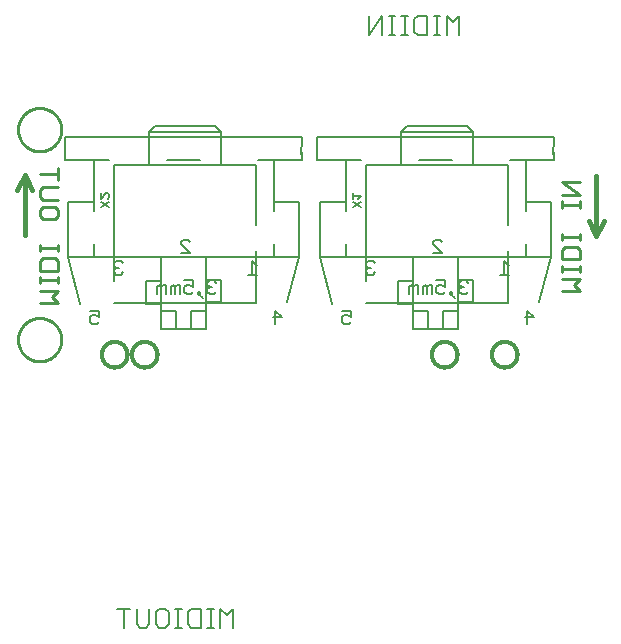
<source format=gbr>
G04 EAGLE Gerber RS-274X export*
G75*
%MOMM*%
%FSLAX34Y34*%
%LPD*%
%INSilkscreen Bottom*%
%IPPOS*%
%AMOC8*
5,1,8,0,0,1.08239X$1,22.5*%
G01*
%ADD10C,0.254000*%
%ADD11C,0.228600*%
%ADD12C,0.304800*%
%ADD13C,0.406400*%
%ADD14C,0.152400*%
%ADD15C,0.127000*%
%ADD16C,0.177800*%
%ADD17C,0.203200*%


D10*
X7084Y203200D02*
X7090Y203649D01*
X7106Y204099D01*
X7134Y204547D01*
X7172Y204995D01*
X7222Y205442D01*
X7282Y205888D01*
X7354Y206331D01*
X7436Y206773D01*
X7529Y207213D01*
X7633Y207650D01*
X7747Y208085D01*
X7873Y208517D01*
X8008Y208945D01*
X8155Y209370D01*
X8311Y209792D01*
X8478Y210209D01*
X8655Y210622D01*
X8843Y211031D01*
X9040Y211435D01*
X9247Y211834D01*
X9463Y212228D01*
X9690Y212616D01*
X9926Y212999D01*
X10171Y213376D01*
X10425Y213747D01*
X10688Y214111D01*
X10961Y214469D01*
X11242Y214820D01*
X11531Y215164D01*
X11829Y215500D01*
X12135Y215830D01*
X12449Y216151D01*
X12770Y216465D01*
X13100Y216771D01*
X13436Y217069D01*
X13780Y217358D01*
X14131Y217639D01*
X14489Y217912D01*
X14853Y218175D01*
X15224Y218429D01*
X15601Y218674D01*
X15984Y218910D01*
X16372Y219137D01*
X16766Y219353D01*
X17165Y219560D01*
X17569Y219757D01*
X17978Y219945D01*
X18391Y220122D01*
X18808Y220289D01*
X19230Y220445D01*
X19655Y220592D01*
X20083Y220727D01*
X20515Y220853D01*
X20950Y220967D01*
X21387Y221071D01*
X21827Y221164D01*
X22269Y221246D01*
X22712Y221318D01*
X23158Y221378D01*
X23605Y221428D01*
X24053Y221466D01*
X24501Y221494D01*
X24951Y221510D01*
X25400Y221516D01*
X25849Y221510D01*
X26299Y221494D01*
X26747Y221466D01*
X27195Y221428D01*
X27642Y221378D01*
X28088Y221318D01*
X28531Y221246D01*
X28973Y221164D01*
X29413Y221071D01*
X29850Y220967D01*
X30285Y220853D01*
X30717Y220727D01*
X31145Y220592D01*
X31570Y220445D01*
X31992Y220289D01*
X32409Y220122D01*
X32822Y219945D01*
X33231Y219757D01*
X33635Y219560D01*
X34034Y219353D01*
X34428Y219137D01*
X34816Y218910D01*
X35199Y218674D01*
X35576Y218429D01*
X35947Y218175D01*
X36311Y217912D01*
X36669Y217639D01*
X37020Y217358D01*
X37364Y217069D01*
X37700Y216771D01*
X38030Y216465D01*
X38351Y216151D01*
X38665Y215830D01*
X38971Y215500D01*
X39269Y215164D01*
X39558Y214820D01*
X39839Y214469D01*
X40112Y214111D01*
X40375Y213747D01*
X40629Y213376D01*
X40874Y212999D01*
X41110Y212616D01*
X41337Y212228D01*
X41553Y211834D01*
X41760Y211435D01*
X41957Y211031D01*
X42145Y210622D01*
X42322Y210209D01*
X42489Y209792D01*
X42645Y209370D01*
X42792Y208945D01*
X42927Y208517D01*
X43053Y208085D01*
X43167Y207650D01*
X43271Y207213D01*
X43364Y206773D01*
X43446Y206331D01*
X43518Y205888D01*
X43578Y205442D01*
X43628Y204995D01*
X43666Y204547D01*
X43694Y204099D01*
X43710Y203649D01*
X43716Y203200D01*
X43710Y202751D01*
X43694Y202301D01*
X43666Y201853D01*
X43628Y201405D01*
X43578Y200958D01*
X43518Y200512D01*
X43446Y200069D01*
X43364Y199627D01*
X43271Y199187D01*
X43167Y198750D01*
X43053Y198315D01*
X42927Y197883D01*
X42792Y197455D01*
X42645Y197030D01*
X42489Y196608D01*
X42322Y196191D01*
X42145Y195778D01*
X41957Y195369D01*
X41760Y194965D01*
X41553Y194566D01*
X41337Y194172D01*
X41110Y193784D01*
X40874Y193401D01*
X40629Y193024D01*
X40375Y192653D01*
X40112Y192289D01*
X39839Y191931D01*
X39558Y191580D01*
X39269Y191236D01*
X38971Y190900D01*
X38665Y190570D01*
X38351Y190249D01*
X38030Y189935D01*
X37700Y189629D01*
X37364Y189331D01*
X37020Y189042D01*
X36669Y188761D01*
X36311Y188488D01*
X35947Y188225D01*
X35576Y187971D01*
X35199Y187726D01*
X34816Y187490D01*
X34428Y187263D01*
X34034Y187047D01*
X33635Y186840D01*
X33231Y186643D01*
X32822Y186455D01*
X32409Y186278D01*
X31992Y186111D01*
X31570Y185955D01*
X31145Y185808D01*
X30717Y185673D01*
X30285Y185547D01*
X29850Y185433D01*
X29413Y185329D01*
X28973Y185236D01*
X28531Y185154D01*
X28088Y185082D01*
X27642Y185022D01*
X27195Y184972D01*
X26747Y184934D01*
X26299Y184906D01*
X25849Y184890D01*
X25400Y184884D01*
X24951Y184890D01*
X24501Y184906D01*
X24053Y184934D01*
X23605Y184972D01*
X23158Y185022D01*
X22712Y185082D01*
X22269Y185154D01*
X21827Y185236D01*
X21387Y185329D01*
X20950Y185433D01*
X20515Y185547D01*
X20083Y185673D01*
X19655Y185808D01*
X19230Y185955D01*
X18808Y186111D01*
X18391Y186278D01*
X17978Y186455D01*
X17569Y186643D01*
X17165Y186840D01*
X16766Y187047D01*
X16372Y187263D01*
X15984Y187490D01*
X15601Y187726D01*
X15224Y187971D01*
X14853Y188225D01*
X14489Y188488D01*
X14131Y188761D01*
X13780Y189042D01*
X13436Y189331D01*
X13100Y189629D01*
X12770Y189935D01*
X12449Y190249D01*
X12135Y190570D01*
X11829Y190900D01*
X11531Y191236D01*
X11242Y191580D01*
X10961Y191931D01*
X10688Y192289D01*
X10425Y192653D01*
X10171Y193024D01*
X9926Y193401D01*
X9690Y193784D01*
X9463Y194172D01*
X9247Y194566D01*
X9040Y194965D01*
X8843Y195369D01*
X8655Y195778D01*
X8478Y196191D01*
X8311Y196608D01*
X8155Y197030D01*
X8008Y197455D01*
X7873Y197883D01*
X7747Y198315D01*
X7633Y198750D01*
X7529Y199187D01*
X7436Y199627D01*
X7354Y200069D01*
X7282Y200512D01*
X7222Y200958D01*
X7172Y201405D01*
X7134Y201853D01*
X7106Y202301D01*
X7090Y202751D01*
X7084Y203200D01*
X7084Y25400D02*
X7090Y25849D01*
X7106Y26299D01*
X7134Y26747D01*
X7172Y27195D01*
X7222Y27642D01*
X7282Y28088D01*
X7354Y28531D01*
X7436Y28973D01*
X7529Y29413D01*
X7633Y29850D01*
X7747Y30285D01*
X7873Y30717D01*
X8008Y31145D01*
X8155Y31570D01*
X8311Y31992D01*
X8478Y32409D01*
X8655Y32822D01*
X8843Y33231D01*
X9040Y33635D01*
X9247Y34034D01*
X9463Y34428D01*
X9690Y34816D01*
X9926Y35199D01*
X10171Y35576D01*
X10425Y35947D01*
X10688Y36311D01*
X10961Y36669D01*
X11242Y37020D01*
X11531Y37364D01*
X11829Y37700D01*
X12135Y38030D01*
X12449Y38351D01*
X12770Y38665D01*
X13100Y38971D01*
X13436Y39269D01*
X13780Y39558D01*
X14131Y39839D01*
X14489Y40112D01*
X14853Y40375D01*
X15224Y40629D01*
X15601Y40874D01*
X15984Y41110D01*
X16372Y41337D01*
X16766Y41553D01*
X17165Y41760D01*
X17569Y41957D01*
X17978Y42145D01*
X18391Y42322D01*
X18808Y42489D01*
X19230Y42645D01*
X19655Y42792D01*
X20083Y42927D01*
X20515Y43053D01*
X20950Y43167D01*
X21387Y43271D01*
X21827Y43364D01*
X22269Y43446D01*
X22712Y43518D01*
X23158Y43578D01*
X23605Y43628D01*
X24053Y43666D01*
X24501Y43694D01*
X24951Y43710D01*
X25400Y43716D01*
X25849Y43710D01*
X26299Y43694D01*
X26747Y43666D01*
X27195Y43628D01*
X27642Y43578D01*
X28088Y43518D01*
X28531Y43446D01*
X28973Y43364D01*
X29413Y43271D01*
X29850Y43167D01*
X30285Y43053D01*
X30717Y42927D01*
X31145Y42792D01*
X31570Y42645D01*
X31992Y42489D01*
X32409Y42322D01*
X32822Y42145D01*
X33231Y41957D01*
X33635Y41760D01*
X34034Y41553D01*
X34428Y41337D01*
X34816Y41110D01*
X35199Y40874D01*
X35576Y40629D01*
X35947Y40375D01*
X36311Y40112D01*
X36669Y39839D01*
X37020Y39558D01*
X37364Y39269D01*
X37700Y38971D01*
X38030Y38665D01*
X38351Y38351D01*
X38665Y38030D01*
X38971Y37700D01*
X39269Y37364D01*
X39558Y37020D01*
X39839Y36669D01*
X40112Y36311D01*
X40375Y35947D01*
X40629Y35576D01*
X40874Y35199D01*
X41110Y34816D01*
X41337Y34428D01*
X41553Y34034D01*
X41760Y33635D01*
X41957Y33231D01*
X42145Y32822D01*
X42322Y32409D01*
X42489Y31992D01*
X42645Y31570D01*
X42792Y31145D01*
X42927Y30717D01*
X43053Y30285D01*
X43167Y29850D01*
X43271Y29413D01*
X43364Y28973D01*
X43446Y28531D01*
X43518Y28088D01*
X43578Y27642D01*
X43628Y27195D01*
X43666Y26747D01*
X43694Y26299D01*
X43710Y25849D01*
X43716Y25400D01*
X43710Y24951D01*
X43694Y24501D01*
X43666Y24053D01*
X43628Y23605D01*
X43578Y23158D01*
X43518Y22712D01*
X43446Y22269D01*
X43364Y21827D01*
X43271Y21387D01*
X43167Y20950D01*
X43053Y20515D01*
X42927Y20083D01*
X42792Y19655D01*
X42645Y19230D01*
X42489Y18808D01*
X42322Y18391D01*
X42145Y17978D01*
X41957Y17569D01*
X41760Y17165D01*
X41553Y16766D01*
X41337Y16372D01*
X41110Y15984D01*
X40874Y15601D01*
X40629Y15224D01*
X40375Y14853D01*
X40112Y14489D01*
X39839Y14131D01*
X39558Y13780D01*
X39269Y13436D01*
X38971Y13100D01*
X38665Y12770D01*
X38351Y12449D01*
X38030Y12135D01*
X37700Y11829D01*
X37364Y11531D01*
X37020Y11242D01*
X36669Y10961D01*
X36311Y10688D01*
X35947Y10425D01*
X35576Y10171D01*
X35199Y9926D01*
X34816Y9690D01*
X34428Y9463D01*
X34034Y9247D01*
X33635Y9040D01*
X33231Y8843D01*
X32822Y8655D01*
X32409Y8478D01*
X31992Y8311D01*
X31570Y8155D01*
X31145Y8008D01*
X30717Y7873D01*
X30285Y7747D01*
X29850Y7633D01*
X29413Y7529D01*
X28973Y7436D01*
X28531Y7354D01*
X28088Y7282D01*
X27642Y7222D01*
X27195Y7172D01*
X26747Y7134D01*
X26299Y7106D01*
X25849Y7090D01*
X25400Y7084D01*
X24951Y7090D01*
X24501Y7106D01*
X24053Y7134D01*
X23605Y7172D01*
X23158Y7222D01*
X22712Y7282D01*
X22269Y7354D01*
X21827Y7436D01*
X21387Y7529D01*
X20950Y7633D01*
X20515Y7747D01*
X20083Y7873D01*
X19655Y8008D01*
X19230Y8155D01*
X18808Y8311D01*
X18391Y8478D01*
X17978Y8655D01*
X17569Y8843D01*
X17165Y9040D01*
X16766Y9247D01*
X16372Y9463D01*
X15984Y9690D01*
X15601Y9926D01*
X15224Y10171D01*
X14853Y10425D01*
X14489Y10688D01*
X14131Y10961D01*
X13780Y11242D01*
X13436Y11531D01*
X13100Y11829D01*
X12770Y12135D01*
X12449Y12449D01*
X12135Y12770D01*
X11829Y13100D01*
X11531Y13436D01*
X11242Y13780D01*
X10961Y14131D01*
X10688Y14489D01*
X10425Y14853D01*
X10171Y15224D01*
X9926Y15601D01*
X9690Y15984D01*
X9463Y16372D01*
X9247Y16766D01*
X9040Y17165D01*
X8843Y17569D01*
X8655Y17978D01*
X8478Y18391D01*
X8311Y18808D01*
X8155Y19230D01*
X8008Y19655D01*
X7873Y20083D01*
X7747Y20515D01*
X7633Y20950D01*
X7529Y21387D01*
X7436Y21827D01*
X7354Y22269D01*
X7282Y22712D01*
X7222Y23158D01*
X7172Y23605D01*
X7134Y24053D01*
X7106Y24501D01*
X7090Y24951D01*
X7084Y25400D01*
D11*
X467233Y66328D02*
X482740Y66328D01*
X477571Y71497D01*
X482740Y76666D01*
X467233Y76666D01*
X467233Y82700D02*
X467233Y87869D01*
X467233Y85284D02*
X482740Y85284D01*
X482740Y82700D02*
X482740Y87869D01*
X482740Y93614D02*
X467233Y93614D01*
X467233Y101368D01*
X469818Y103952D01*
X480156Y103952D01*
X482740Y101368D01*
X482740Y93614D01*
X467233Y109986D02*
X467233Y115155D01*
X467233Y112570D02*
X482740Y112570D01*
X482740Y109986D02*
X482740Y115155D01*
X467233Y137272D02*
X467233Y142441D01*
X467233Y139856D02*
X482740Y139856D01*
X482740Y137272D02*
X482740Y142441D01*
X482740Y148186D02*
X467233Y148186D01*
X467233Y158524D02*
X482740Y148186D01*
X482740Y158524D02*
X467233Y158524D01*
X40780Y56684D02*
X25273Y56684D01*
X35611Y61853D02*
X40780Y56684D01*
X35611Y61853D02*
X40780Y67022D01*
X25273Y67022D01*
X25273Y73055D02*
X25273Y78224D01*
X25273Y75640D02*
X40780Y75640D01*
X40780Y78224D02*
X40780Y73055D01*
X40780Y83970D02*
X25273Y83970D01*
X25273Y91723D01*
X27858Y94308D01*
X38196Y94308D01*
X40780Y91723D01*
X40780Y83970D01*
X25273Y100341D02*
X25273Y105510D01*
X25273Y102926D02*
X40780Y102926D01*
X40780Y105510D02*
X40780Y100341D01*
X40780Y130212D02*
X40780Y135381D01*
X40780Y130212D02*
X38196Y127627D01*
X27858Y127627D01*
X25273Y130212D01*
X25273Y135381D01*
X27858Y137965D01*
X38196Y137965D01*
X40780Y135381D01*
X40780Y143999D02*
X27858Y143999D01*
X25273Y146583D01*
X25273Y151752D01*
X27858Y154337D01*
X40780Y154337D01*
X40780Y165539D02*
X25273Y165539D01*
X40780Y160370D02*
X40780Y170709D01*
D12*
X78049Y12700D02*
X78052Y12966D01*
X78062Y13232D01*
X78078Y13498D01*
X78101Y13764D01*
X78131Y14028D01*
X78166Y14292D01*
X78209Y14555D01*
X78257Y14817D01*
X78313Y15077D01*
X78374Y15337D01*
X78442Y15594D01*
X78516Y15850D01*
X78597Y16104D01*
X78683Y16356D01*
X78776Y16605D01*
X78875Y16852D01*
X78980Y17097D01*
X79091Y17339D01*
X79208Y17579D01*
X79330Y17815D01*
X79459Y18048D01*
X79593Y18279D01*
X79732Y18505D01*
X79878Y18728D01*
X80028Y18948D01*
X80184Y19164D01*
X80346Y19376D01*
X80512Y19584D01*
X80684Y19788D01*
X80860Y19987D01*
X81041Y20182D01*
X81227Y20373D01*
X81418Y20559D01*
X81613Y20740D01*
X81812Y20916D01*
X82016Y21088D01*
X82224Y21254D01*
X82436Y21416D01*
X82652Y21572D01*
X82872Y21722D01*
X83095Y21868D01*
X83321Y22007D01*
X83552Y22141D01*
X83785Y22270D01*
X84021Y22392D01*
X84261Y22509D01*
X84503Y22620D01*
X84748Y22725D01*
X84995Y22824D01*
X85244Y22917D01*
X85496Y23003D01*
X85750Y23084D01*
X86006Y23158D01*
X86263Y23226D01*
X86523Y23287D01*
X86783Y23343D01*
X87045Y23391D01*
X87308Y23434D01*
X87572Y23469D01*
X87836Y23499D01*
X88102Y23522D01*
X88368Y23538D01*
X88634Y23548D01*
X88900Y23551D01*
X89166Y23548D01*
X89432Y23538D01*
X89698Y23522D01*
X89964Y23499D01*
X90228Y23469D01*
X90492Y23434D01*
X90755Y23391D01*
X91017Y23343D01*
X91277Y23287D01*
X91537Y23226D01*
X91794Y23158D01*
X92050Y23084D01*
X92304Y23003D01*
X92556Y22917D01*
X92805Y22824D01*
X93052Y22725D01*
X93297Y22620D01*
X93539Y22509D01*
X93779Y22392D01*
X94015Y22270D01*
X94248Y22141D01*
X94479Y22007D01*
X94705Y21868D01*
X94928Y21722D01*
X95148Y21572D01*
X95364Y21416D01*
X95576Y21254D01*
X95784Y21088D01*
X95988Y20916D01*
X96187Y20740D01*
X96382Y20559D01*
X96573Y20373D01*
X96759Y20182D01*
X96940Y19987D01*
X97116Y19788D01*
X97288Y19584D01*
X97454Y19376D01*
X97616Y19164D01*
X97772Y18948D01*
X97922Y18728D01*
X98068Y18505D01*
X98207Y18279D01*
X98341Y18048D01*
X98470Y17815D01*
X98592Y17579D01*
X98709Y17339D01*
X98820Y17097D01*
X98925Y16852D01*
X99024Y16605D01*
X99117Y16356D01*
X99203Y16104D01*
X99284Y15850D01*
X99358Y15594D01*
X99426Y15337D01*
X99487Y15077D01*
X99543Y14817D01*
X99591Y14555D01*
X99634Y14292D01*
X99669Y14028D01*
X99699Y13764D01*
X99722Y13498D01*
X99738Y13232D01*
X99748Y12966D01*
X99751Y12700D01*
X99748Y12434D01*
X99738Y12168D01*
X99722Y11902D01*
X99699Y11636D01*
X99669Y11372D01*
X99634Y11108D01*
X99591Y10845D01*
X99543Y10583D01*
X99487Y10323D01*
X99426Y10063D01*
X99358Y9806D01*
X99284Y9550D01*
X99203Y9296D01*
X99117Y9044D01*
X99024Y8795D01*
X98925Y8548D01*
X98820Y8303D01*
X98709Y8061D01*
X98592Y7821D01*
X98470Y7585D01*
X98341Y7352D01*
X98207Y7121D01*
X98068Y6895D01*
X97922Y6672D01*
X97772Y6452D01*
X97616Y6236D01*
X97454Y6024D01*
X97288Y5816D01*
X97116Y5612D01*
X96940Y5413D01*
X96759Y5218D01*
X96573Y5027D01*
X96382Y4841D01*
X96187Y4660D01*
X95988Y4484D01*
X95784Y4312D01*
X95576Y4146D01*
X95364Y3984D01*
X95148Y3828D01*
X94928Y3678D01*
X94705Y3532D01*
X94479Y3393D01*
X94248Y3259D01*
X94015Y3130D01*
X93779Y3008D01*
X93539Y2891D01*
X93297Y2780D01*
X93052Y2675D01*
X92805Y2576D01*
X92556Y2483D01*
X92304Y2397D01*
X92050Y2316D01*
X91794Y2242D01*
X91537Y2174D01*
X91277Y2113D01*
X91017Y2057D01*
X90755Y2009D01*
X90492Y1966D01*
X90228Y1931D01*
X89964Y1901D01*
X89698Y1878D01*
X89432Y1862D01*
X89166Y1852D01*
X88900Y1849D01*
X88634Y1852D01*
X88368Y1862D01*
X88102Y1878D01*
X87836Y1901D01*
X87572Y1931D01*
X87308Y1966D01*
X87045Y2009D01*
X86783Y2057D01*
X86523Y2113D01*
X86263Y2174D01*
X86006Y2242D01*
X85750Y2316D01*
X85496Y2397D01*
X85244Y2483D01*
X84995Y2576D01*
X84748Y2675D01*
X84503Y2780D01*
X84261Y2891D01*
X84021Y3008D01*
X83785Y3130D01*
X83552Y3259D01*
X83321Y3393D01*
X83095Y3532D01*
X82872Y3678D01*
X82652Y3828D01*
X82436Y3984D01*
X82224Y4146D01*
X82016Y4312D01*
X81812Y4484D01*
X81613Y4660D01*
X81418Y4841D01*
X81227Y5027D01*
X81041Y5218D01*
X80860Y5413D01*
X80684Y5612D01*
X80512Y5816D01*
X80346Y6024D01*
X80184Y6236D01*
X80028Y6452D01*
X79878Y6672D01*
X79732Y6895D01*
X79593Y7121D01*
X79459Y7352D01*
X79330Y7585D01*
X79208Y7821D01*
X79091Y8061D01*
X78980Y8303D01*
X78875Y8548D01*
X78776Y8795D01*
X78683Y9044D01*
X78597Y9296D01*
X78516Y9550D01*
X78442Y9806D01*
X78374Y10063D01*
X78313Y10323D01*
X78257Y10583D01*
X78209Y10845D01*
X78166Y11108D01*
X78131Y11372D01*
X78101Y11636D01*
X78078Y11902D01*
X78062Y12168D01*
X78052Y12434D01*
X78049Y12700D01*
X103449Y12700D02*
X103452Y12966D01*
X103462Y13232D01*
X103478Y13498D01*
X103501Y13764D01*
X103531Y14028D01*
X103566Y14292D01*
X103609Y14555D01*
X103657Y14817D01*
X103713Y15077D01*
X103774Y15337D01*
X103842Y15594D01*
X103916Y15850D01*
X103997Y16104D01*
X104083Y16356D01*
X104176Y16605D01*
X104275Y16852D01*
X104380Y17097D01*
X104491Y17339D01*
X104608Y17579D01*
X104730Y17815D01*
X104859Y18048D01*
X104993Y18279D01*
X105132Y18505D01*
X105278Y18728D01*
X105428Y18948D01*
X105584Y19164D01*
X105746Y19376D01*
X105912Y19584D01*
X106084Y19788D01*
X106260Y19987D01*
X106441Y20182D01*
X106627Y20373D01*
X106818Y20559D01*
X107013Y20740D01*
X107212Y20916D01*
X107416Y21088D01*
X107624Y21254D01*
X107836Y21416D01*
X108052Y21572D01*
X108272Y21722D01*
X108495Y21868D01*
X108721Y22007D01*
X108952Y22141D01*
X109185Y22270D01*
X109421Y22392D01*
X109661Y22509D01*
X109903Y22620D01*
X110148Y22725D01*
X110395Y22824D01*
X110644Y22917D01*
X110896Y23003D01*
X111150Y23084D01*
X111406Y23158D01*
X111663Y23226D01*
X111923Y23287D01*
X112183Y23343D01*
X112445Y23391D01*
X112708Y23434D01*
X112972Y23469D01*
X113236Y23499D01*
X113502Y23522D01*
X113768Y23538D01*
X114034Y23548D01*
X114300Y23551D01*
X114566Y23548D01*
X114832Y23538D01*
X115098Y23522D01*
X115364Y23499D01*
X115628Y23469D01*
X115892Y23434D01*
X116155Y23391D01*
X116417Y23343D01*
X116677Y23287D01*
X116937Y23226D01*
X117194Y23158D01*
X117450Y23084D01*
X117704Y23003D01*
X117956Y22917D01*
X118205Y22824D01*
X118452Y22725D01*
X118697Y22620D01*
X118939Y22509D01*
X119179Y22392D01*
X119415Y22270D01*
X119648Y22141D01*
X119879Y22007D01*
X120105Y21868D01*
X120328Y21722D01*
X120548Y21572D01*
X120764Y21416D01*
X120976Y21254D01*
X121184Y21088D01*
X121388Y20916D01*
X121587Y20740D01*
X121782Y20559D01*
X121973Y20373D01*
X122159Y20182D01*
X122340Y19987D01*
X122516Y19788D01*
X122688Y19584D01*
X122854Y19376D01*
X123016Y19164D01*
X123172Y18948D01*
X123322Y18728D01*
X123468Y18505D01*
X123607Y18279D01*
X123741Y18048D01*
X123870Y17815D01*
X123992Y17579D01*
X124109Y17339D01*
X124220Y17097D01*
X124325Y16852D01*
X124424Y16605D01*
X124517Y16356D01*
X124603Y16104D01*
X124684Y15850D01*
X124758Y15594D01*
X124826Y15337D01*
X124887Y15077D01*
X124943Y14817D01*
X124991Y14555D01*
X125034Y14292D01*
X125069Y14028D01*
X125099Y13764D01*
X125122Y13498D01*
X125138Y13232D01*
X125148Y12966D01*
X125151Y12700D01*
X125148Y12434D01*
X125138Y12168D01*
X125122Y11902D01*
X125099Y11636D01*
X125069Y11372D01*
X125034Y11108D01*
X124991Y10845D01*
X124943Y10583D01*
X124887Y10323D01*
X124826Y10063D01*
X124758Y9806D01*
X124684Y9550D01*
X124603Y9296D01*
X124517Y9044D01*
X124424Y8795D01*
X124325Y8548D01*
X124220Y8303D01*
X124109Y8061D01*
X123992Y7821D01*
X123870Y7585D01*
X123741Y7352D01*
X123607Y7121D01*
X123468Y6895D01*
X123322Y6672D01*
X123172Y6452D01*
X123016Y6236D01*
X122854Y6024D01*
X122688Y5816D01*
X122516Y5612D01*
X122340Y5413D01*
X122159Y5218D01*
X121973Y5027D01*
X121782Y4841D01*
X121587Y4660D01*
X121388Y4484D01*
X121184Y4312D01*
X120976Y4146D01*
X120764Y3984D01*
X120548Y3828D01*
X120328Y3678D01*
X120105Y3532D01*
X119879Y3393D01*
X119648Y3259D01*
X119415Y3130D01*
X119179Y3008D01*
X118939Y2891D01*
X118697Y2780D01*
X118452Y2675D01*
X118205Y2576D01*
X117956Y2483D01*
X117704Y2397D01*
X117450Y2316D01*
X117194Y2242D01*
X116937Y2174D01*
X116677Y2113D01*
X116417Y2057D01*
X116155Y2009D01*
X115892Y1966D01*
X115628Y1931D01*
X115364Y1901D01*
X115098Y1878D01*
X114832Y1862D01*
X114566Y1852D01*
X114300Y1849D01*
X114034Y1852D01*
X113768Y1862D01*
X113502Y1878D01*
X113236Y1901D01*
X112972Y1931D01*
X112708Y1966D01*
X112445Y2009D01*
X112183Y2057D01*
X111923Y2113D01*
X111663Y2174D01*
X111406Y2242D01*
X111150Y2316D01*
X110896Y2397D01*
X110644Y2483D01*
X110395Y2576D01*
X110148Y2675D01*
X109903Y2780D01*
X109661Y2891D01*
X109421Y3008D01*
X109185Y3130D01*
X108952Y3259D01*
X108721Y3393D01*
X108495Y3532D01*
X108272Y3678D01*
X108052Y3828D01*
X107836Y3984D01*
X107624Y4146D01*
X107416Y4312D01*
X107212Y4484D01*
X107013Y4660D01*
X106818Y4841D01*
X106627Y5027D01*
X106441Y5218D01*
X106260Y5413D01*
X106084Y5612D01*
X105912Y5816D01*
X105746Y6024D01*
X105584Y6236D01*
X105428Y6452D01*
X105278Y6672D01*
X105132Y6895D01*
X104993Y7121D01*
X104859Y7352D01*
X104730Y7585D01*
X104608Y7821D01*
X104491Y8061D01*
X104380Y8303D01*
X104275Y8548D01*
X104176Y8795D01*
X104083Y9044D01*
X103997Y9296D01*
X103916Y9550D01*
X103842Y9806D01*
X103774Y10063D01*
X103713Y10323D01*
X103657Y10583D01*
X103609Y10845D01*
X103566Y11108D01*
X103531Y11372D01*
X103501Y11636D01*
X103478Y11902D01*
X103462Y12168D01*
X103452Y12434D01*
X103449Y12700D01*
X408249Y12700D02*
X408252Y12966D01*
X408262Y13232D01*
X408278Y13498D01*
X408301Y13764D01*
X408331Y14028D01*
X408366Y14292D01*
X408409Y14555D01*
X408457Y14817D01*
X408513Y15077D01*
X408574Y15337D01*
X408642Y15594D01*
X408716Y15850D01*
X408797Y16104D01*
X408883Y16356D01*
X408976Y16605D01*
X409075Y16852D01*
X409180Y17097D01*
X409291Y17339D01*
X409408Y17579D01*
X409530Y17815D01*
X409659Y18048D01*
X409793Y18279D01*
X409932Y18505D01*
X410078Y18728D01*
X410228Y18948D01*
X410384Y19164D01*
X410546Y19376D01*
X410712Y19584D01*
X410884Y19788D01*
X411060Y19987D01*
X411241Y20182D01*
X411427Y20373D01*
X411618Y20559D01*
X411813Y20740D01*
X412012Y20916D01*
X412216Y21088D01*
X412424Y21254D01*
X412636Y21416D01*
X412852Y21572D01*
X413072Y21722D01*
X413295Y21868D01*
X413521Y22007D01*
X413752Y22141D01*
X413985Y22270D01*
X414221Y22392D01*
X414461Y22509D01*
X414703Y22620D01*
X414948Y22725D01*
X415195Y22824D01*
X415444Y22917D01*
X415696Y23003D01*
X415950Y23084D01*
X416206Y23158D01*
X416463Y23226D01*
X416723Y23287D01*
X416983Y23343D01*
X417245Y23391D01*
X417508Y23434D01*
X417772Y23469D01*
X418036Y23499D01*
X418302Y23522D01*
X418568Y23538D01*
X418834Y23548D01*
X419100Y23551D01*
X419366Y23548D01*
X419632Y23538D01*
X419898Y23522D01*
X420164Y23499D01*
X420428Y23469D01*
X420692Y23434D01*
X420955Y23391D01*
X421217Y23343D01*
X421477Y23287D01*
X421737Y23226D01*
X421994Y23158D01*
X422250Y23084D01*
X422504Y23003D01*
X422756Y22917D01*
X423005Y22824D01*
X423252Y22725D01*
X423497Y22620D01*
X423739Y22509D01*
X423979Y22392D01*
X424215Y22270D01*
X424448Y22141D01*
X424679Y22007D01*
X424905Y21868D01*
X425128Y21722D01*
X425348Y21572D01*
X425564Y21416D01*
X425776Y21254D01*
X425984Y21088D01*
X426188Y20916D01*
X426387Y20740D01*
X426582Y20559D01*
X426773Y20373D01*
X426959Y20182D01*
X427140Y19987D01*
X427316Y19788D01*
X427488Y19584D01*
X427654Y19376D01*
X427816Y19164D01*
X427972Y18948D01*
X428122Y18728D01*
X428268Y18505D01*
X428407Y18279D01*
X428541Y18048D01*
X428670Y17815D01*
X428792Y17579D01*
X428909Y17339D01*
X429020Y17097D01*
X429125Y16852D01*
X429224Y16605D01*
X429317Y16356D01*
X429403Y16104D01*
X429484Y15850D01*
X429558Y15594D01*
X429626Y15337D01*
X429687Y15077D01*
X429743Y14817D01*
X429791Y14555D01*
X429834Y14292D01*
X429869Y14028D01*
X429899Y13764D01*
X429922Y13498D01*
X429938Y13232D01*
X429948Y12966D01*
X429951Y12700D01*
X429948Y12434D01*
X429938Y12168D01*
X429922Y11902D01*
X429899Y11636D01*
X429869Y11372D01*
X429834Y11108D01*
X429791Y10845D01*
X429743Y10583D01*
X429687Y10323D01*
X429626Y10063D01*
X429558Y9806D01*
X429484Y9550D01*
X429403Y9296D01*
X429317Y9044D01*
X429224Y8795D01*
X429125Y8548D01*
X429020Y8303D01*
X428909Y8061D01*
X428792Y7821D01*
X428670Y7585D01*
X428541Y7352D01*
X428407Y7121D01*
X428268Y6895D01*
X428122Y6672D01*
X427972Y6452D01*
X427816Y6236D01*
X427654Y6024D01*
X427488Y5816D01*
X427316Y5612D01*
X427140Y5413D01*
X426959Y5218D01*
X426773Y5027D01*
X426582Y4841D01*
X426387Y4660D01*
X426188Y4484D01*
X425984Y4312D01*
X425776Y4146D01*
X425564Y3984D01*
X425348Y3828D01*
X425128Y3678D01*
X424905Y3532D01*
X424679Y3393D01*
X424448Y3259D01*
X424215Y3130D01*
X423979Y3008D01*
X423739Y2891D01*
X423497Y2780D01*
X423252Y2675D01*
X423005Y2576D01*
X422756Y2483D01*
X422504Y2397D01*
X422250Y2316D01*
X421994Y2242D01*
X421737Y2174D01*
X421477Y2113D01*
X421217Y2057D01*
X420955Y2009D01*
X420692Y1966D01*
X420428Y1931D01*
X420164Y1901D01*
X419898Y1878D01*
X419632Y1862D01*
X419366Y1852D01*
X419100Y1849D01*
X418834Y1852D01*
X418568Y1862D01*
X418302Y1878D01*
X418036Y1901D01*
X417772Y1931D01*
X417508Y1966D01*
X417245Y2009D01*
X416983Y2057D01*
X416723Y2113D01*
X416463Y2174D01*
X416206Y2242D01*
X415950Y2316D01*
X415696Y2397D01*
X415444Y2483D01*
X415195Y2576D01*
X414948Y2675D01*
X414703Y2780D01*
X414461Y2891D01*
X414221Y3008D01*
X413985Y3130D01*
X413752Y3259D01*
X413521Y3393D01*
X413295Y3532D01*
X413072Y3678D01*
X412852Y3828D01*
X412636Y3984D01*
X412424Y4146D01*
X412216Y4312D01*
X412012Y4484D01*
X411813Y4660D01*
X411618Y4841D01*
X411427Y5027D01*
X411241Y5218D01*
X411060Y5413D01*
X410884Y5612D01*
X410712Y5816D01*
X410546Y6024D01*
X410384Y6236D01*
X410228Y6452D01*
X410078Y6672D01*
X409932Y6895D01*
X409793Y7121D01*
X409659Y7352D01*
X409530Y7585D01*
X409408Y7821D01*
X409291Y8061D01*
X409180Y8303D01*
X409075Y8548D01*
X408976Y8795D01*
X408883Y9044D01*
X408797Y9296D01*
X408716Y9550D01*
X408642Y9806D01*
X408574Y10063D01*
X408513Y10323D01*
X408457Y10583D01*
X408409Y10845D01*
X408366Y11108D01*
X408331Y11372D01*
X408301Y11636D01*
X408278Y11902D01*
X408262Y12168D01*
X408252Y12434D01*
X408249Y12700D01*
X357449Y12700D02*
X357452Y12966D01*
X357462Y13232D01*
X357478Y13498D01*
X357501Y13764D01*
X357531Y14028D01*
X357566Y14292D01*
X357609Y14555D01*
X357657Y14817D01*
X357713Y15077D01*
X357774Y15337D01*
X357842Y15594D01*
X357916Y15850D01*
X357997Y16104D01*
X358083Y16356D01*
X358176Y16605D01*
X358275Y16852D01*
X358380Y17097D01*
X358491Y17339D01*
X358608Y17579D01*
X358730Y17815D01*
X358859Y18048D01*
X358993Y18279D01*
X359132Y18505D01*
X359278Y18728D01*
X359428Y18948D01*
X359584Y19164D01*
X359746Y19376D01*
X359912Y19584D01*
X360084Y19788D01*
X360260Y19987D01*
X360441Y20182D01*
X360627Y20373D01*
X360818Y20559D01*
X361013Y20740D01*
X361212Y20916D01*
X361416Y21088D01*
X361624Y21254D01*
X361836Y21416D01*
X362052Y21572D01*
X362272Y21722D01*
X362495Y21868D01*
X362721Y22007D01*
X362952Y22141D01*
X363185Y22270D01*
X363421Y22392D01*
X363661Y22509D01*
X363903Y22620D01*
X364148Y22725D01*
X364395Y22824D01*
X364644Y22917D01*
X364896Y23003D01*
X365150Y23084D01*
X365406Y23158D01*
X365663Y23226D01*
X365923Y23287D01*
X366183Y23343D01*
X366445Y23391D01*
X366708Y23434D01*
X366972Y23469D01*
X367236Y23499D01*
X367502Y23522D01*
X367768Y23538D01*
X368034Y23548D01*
X368300Y23551D01*
X368566Y23548D01*
X368832Y23538D01*
X369098Y23522D01*
X369364Y23499D01*
X369628Y23469D01*
X369892Y23434D01*
X370155Y23391D01*
X370417Y23343D01*
X370677Y23287D01*
X370937Y23226D01*
X371194Y23158D01*
X371450Y23084D01*
X371704Y23003D01*
X371956Y22917D01*
X372205Y22824D01*
X372452Y22725D01*
X372697Y22620D01*
X372939Y22509D01*
X373179Y22392D01*
X373415Y22270D01*
X373648Y22141D01*
X373879Y22007D01*
X374105Y21868D01*
X374328Y21722D01*
X374548Y21572D01*
X374764Y21416D01*
X374976Y21254D01*
X375184Y21088D01*
X375388Y20916D01*
X375587Y20740D01*
X375782Y20559D01*
X375973Y20373D01*
X376159Y20182D01*
X376340Y19987D01*
X376516Y19788D01*
X376688Y19584D01*
X376854Y19376D01*
X377016Y19164D01*
X377172Y18948D01*
X377322Y18728D01*
X377468Y18505D01*
X377607Y18279D01*
X377741Y18048D01*
X377870Y17815D01*
X377992Y17579D01*
X378109Y17339D01*
X378220Y17097D01*
X378325Y16852D01*
X378424Y16605D01*
X378517Y16356D01*
X378603Y16104D01*
X378684Y15850D01*
X378758Y15594D01*
X378826Y15337D01*
X378887Y15077D01*
X378943Y14817D01*
X378991Y14555D01*
X379034Y14292D01*
X379069Y14028D01*
X379099Y13764D01*
X379122Y13498D01*
X379138Y13232D01*
X379148Y12966D01*
X379151Y12700D01*
X379148Y12434D01*
X379138Y12168D01*
X379122Y11902D01*
X379099Y11636D01*
X379069Y11372D01*
X379034Y11108D01*
X378991Y10845D01*
X378943Y10583D01*
X378887Y10323D01*
X378826Y10063D01*
X378758Y9806D01*
X378684Y9550D01*
X378603Y9296D01*
X378517Y9044D01*
X378424Y8795D01*
X378325Y8548D01*
X378220Y8303D01*
X378109Y8061D01*
X377992Y7821D01*
X377870Y7585D01*
X377741Y7352D01*
X377607Y7121D01*
X377468Y6895D01*
X377322Y6672D01*
X377172Y6452D01*
X377016Y6236D01*
X376854Y6024D01*
X376688Y5816D01*
X376516Y5612D01*
X376340Y5413D01*
X376159Y5218D01*
X375973Y5027D01*
X375782Y4841D01*
X375587Y4660D01*
X375388Y4484D01*
X375184Y4312D01*
X374976Y4146D01*
X374764Y3984D01*
X374548Y3828D01*
X374328Y3678D01*
X374105Y3532D01*
X373879Y3393D01*
X373648Y3259D01*
X373415Y3130D01*
X373179Y3008D01*
X372939Y2891D01*
X372697Y2780D01*
X372452Y2675D01*
X372205Y2576D01*
X371956Y2483D01*
X371704Y2397D01*
X371450Y2316D01*
X371194Y2242D01*
X370937Y2174D01*
X370677Y2113D01*
X370417Y2057D01*
X370155Y2009D01*
X369892Y1966D01*
X369628Y1931D01*
X369364Y1901D01*
X369098Y1878D01*
X368832Y1862D01*
X368566Y1852D01*
X368300Y1849D01*
X368034Y1852D01*
X367768Y1862D01*
X367502Y1878D01*
X367236Y1901D01*
X366972Y1931D01*
X366708Y1966D01*
X366445Y2009D01*
X366183Y2057D01*
X365923Y2113D01*
X365663Y2174D01*
X365406Y2242D01*
X365150Y2316D01*
X364896Y2397D01*
X364644Y2483D01*
X364395Y2576D01*
X364148Y2675D01*
X363903Y2780D01*
X363661Y2891D01*
X363421Y3008D01*
X363185Y3130D01*
X362952Y3259D01*
X362721Y3393D01*
X362495Y3532D01*
X362272Y3678D01*
X362052Y3828D01*
X361836Y3984D01*
X361624Y4146D01*
X361416Y4312D01*
X361212Y4484D01*
X361013Y4660D01*
X360818Y4841D01*
X360627Y5027D01*
X360441Y5218D01*
X360260Y5413D01*
X360084Y5612D01*
X359912Y5816D01*
X359746Y6024D01*
X359584Y6236D01*
X359428Y6452D01*
X359278Y6672D01*
X359132Y6895D01*
X358993Y7121D01*
X358859Y7352D01*
X358730Y7585D01*
X358608Y7821D01*
X358491Y8061D01*
X358380Y8303D01*
X358275Y8548D01*
X358176Y8795D01*
X358083Y9044D01*
X357997Y9296D01*
X357916Y9550D01*
X357842Y9806D01*
X357774Y10063D01*
X357713Y10323D01*
X357657Y10583D01*
X357609Y10845D01*
X357566Y11108D01*
X357531Y11372D01*
X357501Y11636D01*
X357478Y11902D01*
X357462Y12168D01*
X357452Y12434D01*
X357449Y12700D01*
D13*
X12700Y114300D02*
X12700Y165100D01*
X19050Y152400D01*
X6350Y152400D02*
X12700Y165100D01*
X496570Y163830D02*
X496570Y113030D01*
X490220Y125730D01*
X502920Y125730D02*
X496570Y113030D01*
D14*
X247110Y196650D02*
X46640Y196650D01*
X245110Y95050D02*
X234950Y56950D01*
X223520Y142040D02*
X223520Y177450D01*
X223520Y142040D02*
X245110Y142040D01*
X245110Y95050D01*
X247110Y189030D02*
X247110Y196650D01*
X247110Y189030D02*
X247000Y188030D01*
X247000Y182950D01*
X247110Y183950D01*
X247110Y177450D01*
X223520Y177450D01*
X166370Y76000D02*
X166370Y56950D01*
X166370Y34090D02*
X153670Y34090D01*
X166370Y34090D02*
X166370Y49330D01*
X128270Y49330D02*
X128270Y34090D01*
X128270Y55680D02*
X115570Y55680D01*
X128270Y55680D02*
X128270Y74730D01*
X223520Y95050D02*
X245110Y95050D01*
X223520Y95050D02*
X166370Y95050D01*
X128270Y95050D01*
X71120Y95050D01*
X49530Y95050D01*
X46640Y189030D02*
X46640Y196650D01*
X46640Y189030D02*
X47070Y189030D01*
X47070Y183950D01*
X46640Y183950D01*
X46640Y177450D01*
X71120Y177450D01*
X71120Y142040D01*
X49530Y142040D01*
X49530Y95050D01*
X59690Y55680D01*
X223520Y134420D02*
X223520Y142040D01*
X223520Y106480D02*
X223520Y95050D01*
X71120Y134420D02*
X71120Y142040D01*
X71120Y106480D02*
X71120Y95050D01*
X115570Y74730D02*
X115570Y55680D01*
X115570Y74730D02*
X128270Y74730D01*
X128270Y95050D01*
X166370Y76000D02*
X179070Y76000D01*
X166370Y76000D02*
X166370Y95050D01*
X179070Y76000D02*
X179070Y56950D01*
X166370Y56950D01*
X140970Y49330D02*
X128270Y49330D01*
X128270Y55680D01*
X140970Y49330D02*
X140970Y34090D01*
X128270Y34090D01*
X153670Y49330D02*
X166370Y49330D01*
X166370Y56950D01*
X153670Y49330D02*
X153670Y34090D01*
X140970Y34090D01*
X84490Y177450D02*
X70390Y177450D01*
X133350Y177450D02*
X161290Y177450D01*
X210150Y177450D02*
X223520Y177450D01*
D15*
X152869Y98445D02*
X145242Y98445D01*
X152869Y98445D02*
X145242Y106072D01*
X145242Y107978D01*
X147149Y109885D01*
X150962Y109885D01*
X152869Y107978D01*
X225049Y49975D02*
X225049Y38535D01*
X230769Y44255D02*
X225049Y49975D01*
X223142Y44255D02*
X230769Y44255D01*
X75829Y49975D02*
X68202Y49975D01*
X75829Y49975D02*
X75829Y44255D01*
X72016Y46162D01*
X70109Y46162D01*
X68202Y44255D01*
X68202Y40442D01*
X70109Y38535D01*
X73922Y38535D01*
X75829Y40442D01*
X96149Y89978D02*
X94242Y91885D01*
X90429Y91885D01*
X88522Y89978D01*
X88522Y88072D01*
X90429Y86165D01*
X92336Y86165D01*
X90429Y86165D02*
X88522Y84258D01*
X88522Y82352D01*
X90429Y80445D01*
X94242Y80445D01*
X96149Y82352D01*
X205366Y91885D02*
X209179Y88072D01*
X205366Y91885D02*
X205366Y80445D01*
X209179Y80445D02*
X201552Y80445D01*
D16*
X189158Y-202335D02*
X189158Y-218351D01*
X183819Y-207674D02*
X189158Y-202335D01*
X183819Y-207674D02*
X178481Y-202335D01*
X178481Y-218351D01*
X172786Y-218351D02*
X167448Y-218351D01*
X170117Y-218351D02*
X170117Y-202335D01*
X172786Y-202335D02*
X167448Y-202335D01*
X161872Y-202335D02*
X161872Y-218351D01*
X153864Y-218351D01*
X151195Y-215682D01*
X151195Y-205005D01*
X153864Y-202335D01*
X161872Y-202335D01*
X145500Y-218351D02*
X140162Y-218351D01*
X142831Y-218351D02*
X142831Y-202335D01*
X145500Y-202335D02*
X140162Y-202335D01*
X131917Y-202335D02*
X126578Y-202335D01*
X131917Y-202335D02*
X134586Y-205005D01*
X134586Y-215682D01*
X131917Y-218351D01*
X126578Y-218351D01*
X123909Y-215682D01*
X123909Y-205005D01*
X126578Y-202335D01*
X118214Y-202335D02*
X118214Y-215682D01*
X115545Y-218351D01*
X110206Y-218351D01*
X107537Y-215682D01*
X107537Y-202335D01*
X96504Y-202335D02*
X96504Y-218351D01*
X101843Y-202335D02*
X91166Y-202335D01*
D14*
X260000Y196650D02*
X460470Y196650D01*
X458470Y95050D02*
X448310Y56950D01*
X436880Y142040D02*
X436880Y177450D01*
X436880Y142040D02*
X458470Y142040D01*
X458470Y95050D01*
X460470Y189030D02*
X460470Y196650D01*
X460470Y189030D02*
X460360Y188030D01*
X460360Y182950D01*
X460470Y183950D01*
X460470Y177450D01*
X436880Y177450D01*
X379730Y76000D02*
X379730Y56950D01*
X379730Y34090D02*
X367030Y34090D01*
X379730Y34090D02*
X379730Y49330D01*
X341630Y49330D02*
X341630Y34090D01*
X341630Y55680D02*
X328930Y55680D01*
X341630Y55680D02*
X341630Y74730D01*
X436880Y95050D02*
X458470Y95050D01*
X436880Y95050D02*
X379730Y95050D01*
X341630Y95050D01*
X284480Y95050D01*
X262890Y95050D01*
X260000Y189030D02*
X260000Y196650D01*
X260000Y189030D02*
X260430Y189030D01*
X260430Y183950D01*
X260000Y183950D01*
X260000Y177450D01*
X284480Y177450D01*
X284480Y142040D01*
X262890Y142040D01*
X262890Y95050D01*
X273050Y55680D01*
X436880Y134420D02*
X436880Y142040D01*
X436880Y106480D02*
X436880Y95050D01*
X284480Y134420D02*
X284480Y142040D01*
X284480Y106480D02*
X284480Y95050D01*
X328930Y74730D02*
X328930Y55680D01*
X328930Y74730D02*
X341630Y74730D01*
X341630Y95050D01*
X379730Y76000D02*
X392430Y76000D01*
X379730Y76000D02*
X379730Y95050D01*
X392430Y76000D02*
X392430Y56950D01*
X379730Y56950D01*
X354330Y49330D02*
X341630Y49330D01*
X341630Y55680D01*
X354330Y49330D02*
X354330Y34090D01*
X341630Y34090D01*
X367030Y49330D02*
X379730Y49330D01*
X379730Y56950D01*
X367030Y49330D02*
X367030Y34090D01*
X354330Y34090D01*
X297850Y177450D02*
X283750Y177450D01*
X346710Y177450D02*
X374650Y177450D01*
X423510Y177450D02*
X436880Y177450D01*
D15*
X366229Y98445D02*
X358602Y98445D01*
X366229Y98445D02*
X358602Y106072D01*
X358602Y107978D01*
X360509Y109885D01*
X364322Y109885D01*
X366229Y107978D01*
X438409Y49975D02*
X438409Y38535D01*
X444129Y44255D02*
X438409Y49975D01*
X436502Y44255D02*
X444129Y44255D01*
X289189Y49975D02*
X281562Y49975D01*
X289189Y49975D02*
X289189Y44255D01*
X285376Y46162D01*
X283469Y46162D01*
X281562Y44255D01*
X281562Y40442D01*
X283469Y38535D01*
X287282Y38535D01*
X289189Y40442D01*
X309509Y89978D02*
X307602Y91885D01*
X303789Y91885D01*
X301882Y89978D01*
X301882Y88072D01*
X303789Y86165D01*
X305696Y86165D01*
X303789Y86165D02*
X301882Y84258D01*
X301882Y82352D01*
X303789Y80445D01*
X307602Y80445D01*
X309509Y82352D01*
X418726Y91885D02*
X422539Y88072D01*
X418726Y91885D02*
X418726Y80445D01*
X422539Y80445D02*
X414912Y80445D01*
D16*
X380689Y283299D02*
X380689Y299315D01*
X375350Y293976D01*
X370012Y299315D01*
X370012Y283299D01*
X364317Y283299D02*
X358979Y283299D01*
X361648Y283299D02*
X361648Y299315D01*
X364317Y299315D02*
X358979Y299315D01*
X353403Y299315D02*
X353403Y283299D01*
X345395Y283299D01*
X342726Y285968D01*
X342726Y296645D01*
X345395Y299315D01*
X353403Y299315D01*
X337031Y283299D02*
X331693Y283299D01*
X334362Y283299D02*
X334362Y299315D01*
X337031Y299315D02*
X331693Y299315D01*
X326117Y283299D02*
X320779Y283299D01*
X323448Y283299D02*
X323448Y299315D01*
X326117Y299315D02*
X320779Y299315D01*
X315203Y299315D02*
X315203Y283299D01*
X304526Y283299D02*
X315203Y299315D01*
X304526Y299315D02*
X304526Y283299D01*
D17*
X392160Y173570D02*
X422100Y173570D01*
X422100Y56330D02*
X301260Y56330D01*
X331200Y173570D02*
X331200Y201050D01*
X392160Y201050D02*
X392160Y173570D01*
X331200Y173570D01*
X301260Y173570D01*
X331200Y201050D02*
X336280Y206130D01*
X387080Y206130D02*
X392160Y201050D01*
X387080Y206130D02*
X336280Y206130D01*
X331200Y201050D02*
X392160Y201050D01*
X422100Y173570D02*
X422100Y122390D01*
X422100Y100800D02*
X422100Y56330D01*
X301260Y56330D02*
X301260Y56350D01*
X301260Y75400D02*
X301260Y173570D01*
D15*
X386448Y75625D02*
X388355Y73718D01*
X386448Y75625D02*
X382635Y75625D01*
X380729Y73718D01*
X380729Y71812D01*
X382635Y69905D01*
X384542Y69905D01*
X382635Y69905D02*
X380729Y67998D01*
X380729Y66092D01*
X382635Y64185D01*
X386448Y64185D01*
X388355Y66092D01*
X376661Y60372D02*
X372848Y64185D01*
X372848Y66092D01*
X374754Y66092D01*
X374754Y64185D01*
X372848Y64185D01*
X368865Y75625D02*
X361239Y75625D01*
X368865Y75625D02*
X368865Y69905D01*
X365052Y71812D01*
X363145Y71812D01*
X361239Y69905D01*
X361239Y66092D01*
X363145Y64185D01*
X366958Y64185D01*
X368865Y66092D01*
X357171Y64185D02*
X357171Y71812D01*
X355264Y71812D01*
X353358Y69905D01*
X353358Y64185D01*
X353358Y69905D02*
X351451Y71812D01*
X349545Y69905D01*
X349545Y64185D01*
X345477Y64185D02*
X345477Y71812D01*
X343571Y71812D01*
X341664Y69905D01*
X341664Y64185D01*
X341664Y69905D02*
X339757Y71812D01*
X337851Y69905D01*
X337851Y64185D01*
D14*
X297424Y137394D02*
X290814Y141800D01*
X290814Y137394D02*
X297424Y141800D01*
X295220Y144878D02*
X297424Y147081D01*
X290814Y147081D01*
X290814Y144878D02*
X290814Y149284D01*
D17*
X208740Y173570D02*
X178800Y173570D01*
X208740Y56330D02*
X87900Y56330D01*
X117840Y173570D02*
X117840Y201050D01*
X178800Y201050D02*
X178800Y173570D01*
X117840Y173570D01*
X87900Y173570D01*
X117840Y201050D02*
X122920Y206130D01*
X173720Y206130D02*
X178800Y201050D01*
X173720Y206130D02*
X122920Y206130D01*
X117840Y201050D02*
X178800Y201050D01*
X208740Y173570D02*
X208740Y122390D01*
X208740Y100800D02*
X208740Y56330D01*
X87900Y56330D02*
X87900Y56350D01*
X87900Y75400D02*
X87900Y173570D01*
D15*
X173088Y75625D02*
X174995Y73718D01*
X173088Y75625D02*
X169275Y75625D01*
X167369Y73718D01*
X167369Y71812D01*
X169275Y69905D01*
X171182Y69905D01*
X169275Y69905D02*
X167369Y67998D01*
X167369Y66092D01*
X169275Y64185D01*
X173088Y64185D01*
X174995Y66092D01*
X163301Y60372D02*
X159488Y64185D01*
X159488Y66092D01*
X161394Y66092D01*
X161394Y64185D01*
X159488Y64185D01*
X155505Y75625D02*
X147879Y75625D01*
X155505Y75625D02*
X155505Y69905D01*
X151692Y71812D01*
X149785Y71812D01*
X147879Y69905D01*
X147879Y66092D01*
X149785Y64185D01*
X153598Y64185D01*
X155505Y66092D01*
X143811Y64185D02*
X143811Y71812D01*
X141904Y71812D01*
X139998Y69905D01*
X139998Y64185D01*
X139998Y69905D02*
X138091Y71812D01*
X136185Y69905D01*
X136185Y64185D01*
X132117Y64185D02*
X132117Y71812D01*
X130211Y71812D01*
X128304Y69905D01*
X128304Y64185D01*
X128304Y69905D02*
X126397Y71812D01*
X124491Y69905D01*
X124491Y64185D01*
D14*
X84064Y137394D02*
X77454Y141800D01*
X77454Y137394D02*
X84064Y141800D01*
X77454Y144878D02*
X77454Y149284D01*
X77454Y144878D02*
X81860Y149284D01*
X82962Y149284D01*
X84064Y148183D01*
X84064Y145979D01*
X82962Y144878D01*
M02*

</source>
